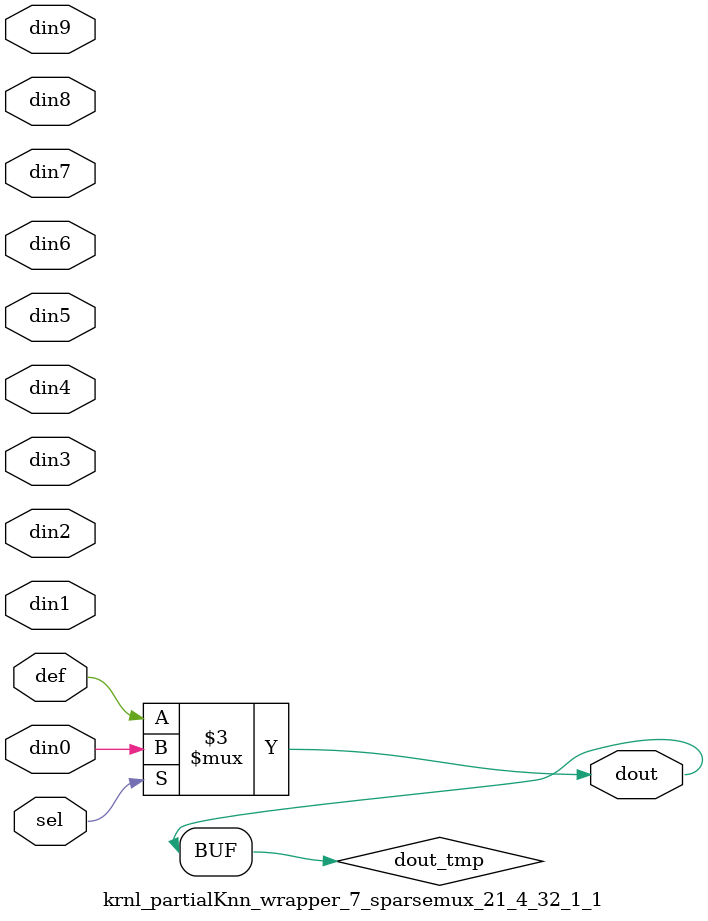
<source format=v>
`timescale 1 ns / 1 ps
module krnl_partialKnn_wrapper_7_sparsemux_21_4_32_1_1 (din0,din1,din2,din3,din4,din5,din6,din7,din8,din9,def,sel,dout);
parameter din0_WIDTH = 1;
parameter din1_WIDTH = 1;
parameter din2_WIDTH = 1;
parameter din3_WIDTH = 1;
parameter din4_WIDTH = 1;
parameter din5_WIDTH = 1;
parameter din6_WIDTH = 1;
parameter din7_WIDTH = 1;
parameter din8_WIDTH = 1;
parameter din9_WIDTH = 1;
parameter def_WIDTH = 1;
parameter sel_WIDTH = 1;
parameter dout_WIDTH = 1;
parameter [sel_WIDTH-1:0] CASE0 = 1;
parameter [sel_WIDTH-1:0] CASE1 = 1;
parameter [sel_WIDTH-1:0] CASE2 = 1;
parameter [sel_WIDTH-1:0] CASE3 = 1;
parameter [sel_WIDTH-1:0] CASE4 = 1;
parameter [sel_WIDTH-1:0] CASE5 = 1;
parameter [sel_WIDTH-1:0] CASE6 = 1;
parameter [sel_WIDTH-1:0] CASE7 = 1;
parameter [sel_WIDTH-1:0] CASE8 = 1;
parameter [sel_WIDTH-1:0] CASE9 = 1;
parameter ID = 1;
parameter NUM_STAGE = 1;
input [din0_WIDTH-1:0] din0;
input [din1_WIDTH-1:0] din1;
input [din2_WIDTH-1:0] din2;
input [din3_WIDTH-1:0] din3;
input [din4_WIDTH-1:0] din4;
input [din5_WIDTH-1:0] din5;
input [din6_WIDTH-1:0] din6;
input [din7_WIDTH-1:0] din7;
input [din8_WIDTH-1:0] din8;
input [din9_WIDTH-1:0] din9;
input [def_WIDTH-1:0] def;
input [sel_WIDTH-1:0] sel;
output [dout_WIDTH-1:0] dout;
reg [dout_WIDTH-1:0] dout_tmp;
always @ (*) begin
case (sel)
    
    CASE0 : dout_tmp = din0;
    
    CASE1 : dout_tmp = din1;
    
    CASE2 : dout_tmp = din2;
    
    CASE3 : dout_tmp = din3;
    
    CASE4 : dout_tmp = din4;
    
    CASE5 : dout_tmp = din5;
    
    CASE6 : dout_tmp = din6;
    
    CASE7 : dout_tmp = din7;
    
    CASE8 : dout_tmp = din8;
    
    CASE9 : dout_tmp = din9;
    
    default : dout_tmp = def;
endcase
end
assign dout = dout_tmp;
endmodule
</source>
